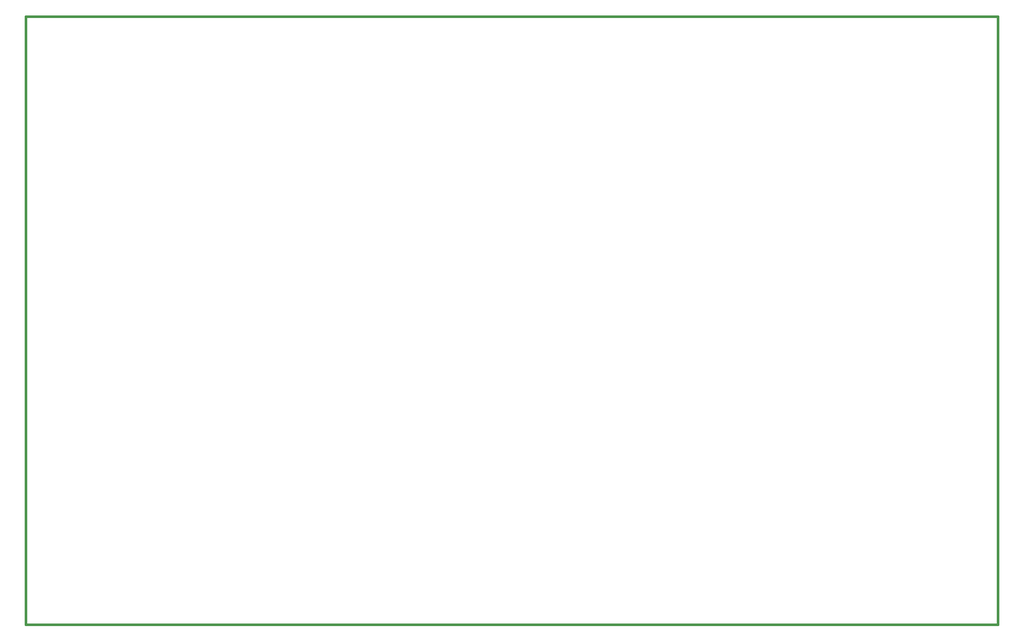
<source format=gbr>
G04 (created by PCBNEW (2013-07-07 BZR 4022)-stable) date 2/23/2014 9:12:01 AM*
%MOIN*%
G04 Gerber Fmt 3.4, Leading zero omitted, Abs format*
%FSLAX34Y34*%
G01*
G70*
G90*
G04 APERTURE LIST*
%ADD10C,0.00590551*%
%ADD11C,0.015*%
G04 APERTURE END LIST*
G54D10*
G54D11*
X20000Y-59700D02*
X83000Y-59700D01*
X20000Y-20300D02*
X20000Y-59700D01*
X83000Y-20300D02*
X20000Y-20300D01*
X83000Y-59700D02*
X83000Y-20300D01*
M02*

</source>
